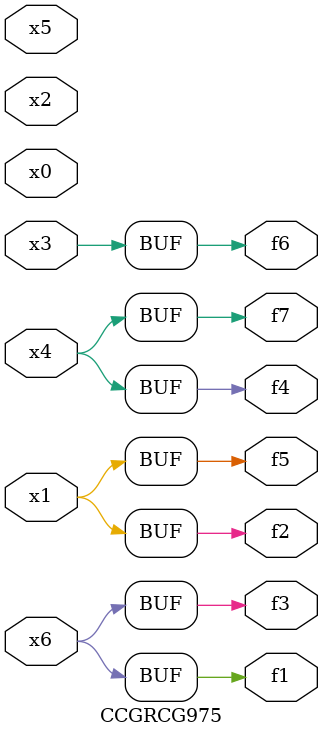
<source format=v>
module CCGRCG975(
	input x0, x1, x2, x3, x4, x5, x6,
	output f1, f2, f3, f4, f5, f6, f7
);
	assign f1 = x6;
	assign f2 = x1;
	assign f3 = x6;
	assign f4 = x4;
	assign f5 = x1;
	assign f6 = x3;
	assign f7 = x4;
endmodule

</source>
